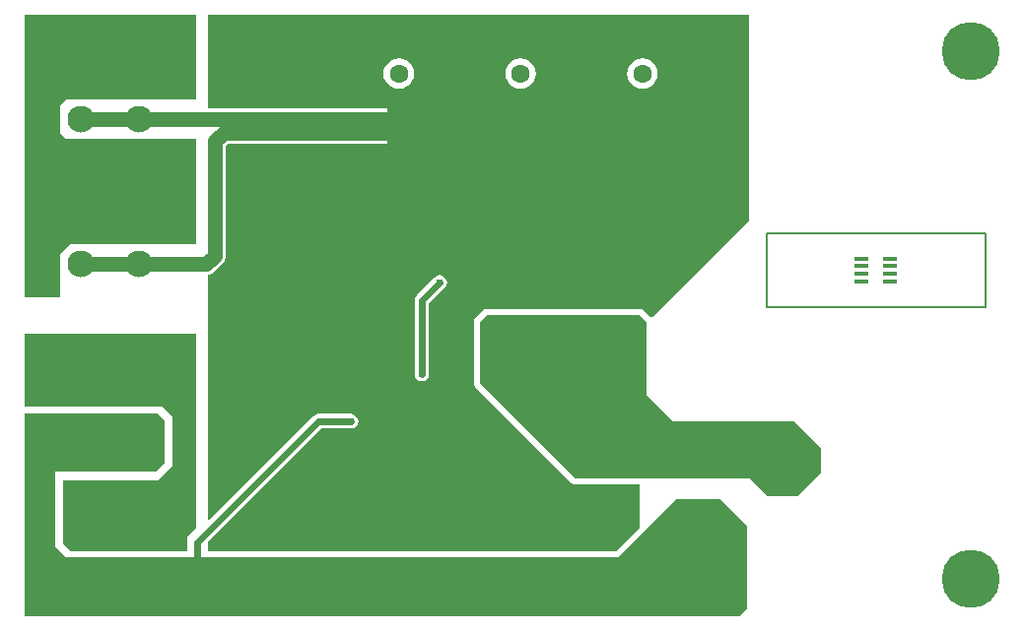
<source format=gbl>
G04*
G04 #@! TF.GenerationSoftware,Altium Limited,Altium Designer,20.2.8 (258)*
G04*
G04 Layer_Physical_Order=2*
G04 Layer_Color=16711680*
%FSLAX25Y25*%
%MOIN*%
G70*
G04*
G04 #@! TF.SameCoordinates,18C1B9BA-8449-4E8D-A104-6701744B7602*
G04*
G04*
G04 #@! TF.FilePolarity,Positive*
G04*
G01*
G75*
%ADD12C,0.00600*%
%ADD19O,0.04811X0.01433*%
%ADD35C,0.02400*%
%ADD36C,0.05000*%
%ADD63C,0.06299*%
%ADD64C,0.19685*%
%ADD65C,0.19685*%
%ADD66C,0.09055*%
%ADD67C,0.05000*%
%ADD68C,0.03600*%
%ADD69C,0.02400*%
G36*
X60000Y177500D02*
X16000D01*
X14000Y175500D01*
Y166000D01*
X16000Y164000D01*
X60000D01*
Y128500D01*
X17500D01*
X14000Y125000D01*
Y110500D01*
X2000D01*
Y206000D01*
X60000D01*
Y177500D01*
D02*
G37*
G36*
X247000Y206000D02*
Y136500D01*
X214295Y103795D01*
X213588Y103796D01*
X211442Y105942D01*
X210780Y106384D01*
X210000Y106539D01*
X158500Y106539D01*
X157720Y106384D01*
X157058Y105942D01*
X154558Y103442D01*
X154116Y102780D01*
X153961Y102000D01*
X153961Y99150D01*
X153961Y81500D01*
X154116Y80720D01*
X154558Y80058D01*
X167558Y67058D01*
X171058Y63558D01*
X187058Y47558D01*
X187720Y47116D01*
X188500Y46961D01*
X210000Y46961D01*
Y32500D01*
X202039Y24539D01*
X64000D01*
Y27539D01*
X102514Y66053D01*
X112500D01*
X113436Y66239D01*
X114230Y66770D01*
X114761Y67564D01*
X114947Y68500D01*
X114761Y69436D01*
X114230Y70230D01*
X113436Y70761D01*
X112500Y70947D01*
X101500D01*
X100564Y70761D01*
X99770Y70230D01*
X64462Y34923D01*
X64000Y35114D01*
X64000Y117939D01*
X64537Y118010D01*
X65437Y118383D01*
X66210Y118976D01*
X69139Y121905D01*
X69732Y122678D01*
X70105Y123578D01*
X70232Y124544D01*
Y161725D01*
X70975Y162468D01*
X124600D01*
Y166200D01*
Y174289D01*
X123784Y174396D01*
X64000D01*
Y206000D01*
X247000Y206000D01*
D02*
G37*
G36*
X60000Y32500D02*
X57000Y29500D01*
Y24500D01*
X57000Y24500D01*
X17500D01*
X15000Y27000D01*
Y48500D01*
X47000D01*
X47000Y48500D01*
X52000Y53500D01*
Y70000D01*
X48500Y73500D01*
X2000D01*
Y98000D01*
X60000D01*
Y32500D01*
D02*
G37*
G36*
X210000Y104500D02*
X212500Y102000D01*
X212500Y77500D01*
X221500Y68500D01*
X262500Y68500D01*
X271500Y59500D01*
Y51000D01*
X263500Y43000D01*
X253500D01*
X247500Y49000D01*
X212500Y49000D01*
X188500Y49000D01*
X172500Y65000D01*
X169000Y68500D01*
X156000Y81500D01*
X156000Y99150D01*
X156000Y102000D01*
X158500Y104500D01*
X210000Y104500D01*
D02*
G37*
G36*
X49500Y68500D02*
Y54500D01*
X46500Y51500D01*
X12500D01*
Y26000D01*
X16000Y22500D01*
X203000D01*
X216500Y36000D01*
X222500Y42000D01*
X237500Y42000D01*
X246500Y33000D01*
Y5000D01*
X244000Y2500D01*
X2000Y2500D01*
Y71000D01*
X47000D01*
X49500Y68500D01*
D02*
G37*
%LPC*%
G36*
X211000Y191394D02*
X209656Y191217D01*
X208403Y190698D01*
X207327Y189873D01*
X206502Y188797D01*
X205983Y187544D01*
X205806Y186200D01*
X205983Y184856D01*
X206502Y183603D01*
X207327Y182527D01*
X208403Y181702D01*
X209656Y181183D01*
X211000Y181006D01*
X212344Y181183D01*
X213597Y181702D01*
X214673Y182527D01*
X215498Y183603D01*
X216017Y184856D01*
X216194Y186200D01*
X216017Y187544D01*
X215498Y188797D01*
X214673Y189873D01*
X213597Y190698D01*
X212344Y191217D01*
X211000Y191394D01*
D02*
G37*
G36*
X169800D02*
X168456Y191217D01*
X167203Y190698D01*
X166127Y189873D01*
X165302Y188797D01*
X164783Y187544D01*
X164606Y186200D01*
X164783Y184856D01*
X165302Y183603D01*
X166127Y182527D01*
X167203Y181702D01*
X168456Y181183D01*
X169800Y181006D01*
X171144Y181183D01*
X172397Y181702D01*
X173473Y182527D01*
X174298Y183603D01*
X174817Y184856D01*
X174994Y186200D01*
X174817Y187544D01*
X174298Y188797D01*
X173473Y189873D01*
X172397Y190698D01*
X171144Y191217D01*
X169800Y191394D01*
D02*
G37*
G36*
X128600D02*
X127256Y191217D01*
X126003Y190698D01*
X124927Y189873D01*
X124102Y188797D01*
X123583Y187544D01*
X123406Y186200D01*
X123583Y184856D01*
X124102Y183603D01*
X124927Y182527D01*
X126003Y181702D01*
X127256Y181183D01*
X128600Y181006D01*
X129944Y181183D01*
X131197Y181702D01*
X132273Y182527D01*
X133098Y183603D01*
X133617Y184856D01*
X133794Y186200D01*
X133617Y187544D01*
X133098Y188797D01*
X132273Y189873D01*
X131197Y190698D01*
X129944Y191217D01*
X128600Y191394D01*
D02*
G37*
G36*
X142500Y117946D02*
X141564Y117760D01*
X140770Y117230D01*
X140570Y116930D01*
X134670Y111030D01*
X134139Y110236D01*
X133953Y109300D01*
Y84400D01*
X134139Y83464D01*
X134670Y82670D01*
X135464Y82139D01*
X136400Y81953D01*
X137336Y82139D01*
X138130Y82670D01*
X138661Y83464D01*
X138847Y84400D01*
Y108286D01*
X144230Y113670D01*
X144761Y114464D01*
X144947Y115400D01*
Y115499D01*
X144761Y116436D01*
X144230Y117230D01*
X143436Y117760D01*
X142500Y117946D01*
D02*
G37*
G36*
X198600Y33405D02*
D01*
D01*
D01*
D02*
G37*
%LPD*%
D12*
X253200Y107200D02*
X327000D01*
X253200D02*
Y132000D01*
X327000Y107200D02*
Y132000D01*
X253200D02*
X327000D01*
D19*
X294668Y123539D02*
D03*
X294669Y120980D02*
D03*
X294669Y118421D02*
D03*
X294668Y115861D02*
D03*
X285132Y123539D02*
D03*
X285133Y120980D02*
D03*
Y118421D02*
D03*
X285132Y115861D02*
D03*
D35*
X142500Y115400D02*
Y115499D01*
X136400Y109300D02*
X142500Y115400D01*
X136400Y84400D02*
Y109300D01*
X60500Y27500D02*
X101500Y68500D01*
X112500D01*
X60500Y18500D02*
Y27500D01*
D36*
X63571Y121615D02*
X66500Y124544D01*
X69429Y166200D02*
X128600D01*
X66500Y163271D02*
X69429Y166200D01*
X40700Y121615D02*
X63571D01*
X66500Y124544D02*
Y163271D01*
X40700Y170664D02*
X123784D01*
X21015Y121615D02*
X40700D01*
X123784Y170664D02*
X128248Y166200D01*
X21015Y170664D02*
X40700D01*
D63*
X198600Y13720D02*
D03*
Y33405D02*
D03*
X116300Y13720D02*
D03*
Y33405D02*
D03*
X157450Y13720D02*
D03*
Y33405D02*
D03*
X128600Y186200D02*
D03*
Y166200D02*
D03*
X169800Y186200D02*
D03*
Y166200D02*
D03*
X211000Y186200D02*
D03*
X211000Y166200D02*
D03*
D64*
X233326Y30126D02*
D03*
X258381Y55181D02*
D03*
D65*
X322000Y15000D02*
D03*
Y193900D02*
D03*
D66*
X21015Y13457D02*
D03*
Y33142D02*
D03*
X40700D02*
D03*
Y13457D02*
D03*
Y170664D02*
D03*
Y190349D02*
D03*
X21015D02*
D03*
Y170664D02*
D03*
X40700Y121615D02*
D03*
Y141300D02*
D03*
X21015D02*
D03*
Y121615D02*
D03*
X40700Y62557D02*
D03*
Y82242D02*
D03*
X21015D02*
D03*
Y62557D02*
D03*
D67*
X235000Y16000D02*
D03*
Y10000D02*
D03*
X56000Y34500D02*
D03*
Y41500D02*
D03*
X16000Y77000D02*
D03*
X46500D02*
D03*
X30500D02*
D03*
X16000Y88500D02*
D03*
X36000D02*
D03*
X56000D02*
D03*
Y77000D02*
D03*
Y48500D02*
D03*
Y55500D02*
D03*
Y69500D02*
D03*
Y62500D02*
D03*
X7000Y76500D02*
D03*
Y95000D02*
D03*
Y88833D02*
D03*
Y82667D02*
D03*
X143500Y71000D02*
D03*
X152500Y63500D02*
D03*
X148000Y60000D02*
D03*
X143500Y63500D02*
D03*
X148000Y67500D02*
D03*
Y74000D02*
D03*
X170500Y144500D02*
D03*
X176400D02*
D03*
Y150300D02*
D03*
X170700D02*
D03*
X7000Y61350D02*
D03*
Y6000D02*
D03*
Y67500D02*
D03*
Y55200D02*
D03*
Y49050D02*
D03*
Y12150D02*
D03*
Y18300D02*
D03*
Y24450D02*
D03*
Y30600D02*
D03*
Y36750D02*
D03*
Y42900D02*
D03*
X31000Y67500D02*
D03*
Y61000D02*
D03*
Y55000D02*
D03*
X80500Y19500D02*
D03*
X79500Y6000D02*
D03*
X73000D02*
D03*
X67000D02*
D03*
X227000Y18500D02*
D03*
Y12000D02*
D03*
Y6000D02*
D03*
X219500Y18500D02*
D03*
Y12000D02*
D03*
Y6000D02*
D03*
X220339Y33839D02*
D03*
X215743Y29243D02*
D03*
X211500Y25000D02*
D03*
Y18500D02*
D03*
Y12000D02*
D03*
Y6000D02*
D03*
X144500Y18500D02*
D03*
Y12000D02*
D03*
Y6000D02*
D03*
X137000Y18500D02*
D03*
Y12000D02*
D03*
Y6000D02*
D03*
X129500Y18500D02*
D03*
Y12000D02*
D03*
Y6000D02*
D03*
X185500Y18500D02*
D03*
Y12000D02*
D03*
Y6000D02*
D03*
X178000Y18500D02*
D03*
Y12000D02*
D03*
Y6000D02*
D03*
X170000Y18500D02*
D03*
Y12000D02*
D03*
Y6000D02*
D03*
X104500Y18500D02*
D03*
Y12000D02*
D03*
Y6000D02*
D03*
X98500Y18500D02*
D03*
Y12000D02*
D03*
Y6000D02*
D03*
X30500Y18500D02*
D03*
Y12000D02*
D03*
Y6000D02*
D03*
X48500Y18500D02*
D03*
Y12000D02*
D03*
Y6000D02*
D03*
X54500Y18500D02*
D03*
Y12000D02*
D03*
Y6000D02*
D03*
X60500D02*
D03*
Y12000D02*
D03*
Y18500D02*
D03*
D68*
X159100Y102100D02*
D03*
Y97200D02*
D03*
X194000Y70000D02*
D03*
X187500D02*
D03*
X180500D02*
D03*
X194000Y76000D02*
D03*
X187500D02*
D03*
X180500D02*
D03*
X194000Y82000D02*
D03*
X187500D02*
D03*
X180500D02*
D03*
X174000Y70000D02*
D03*
Y76000D02*
D03*
Y82000D02*
D03*
X187500Y88000D02*
D03*
X180500D02*
D03*
X194000D02*
D03*
X174000D02*
D03*
Y97500D02*
D03*
X169500D02*
D03*
X165000D02*
D03*
X177500Y94000D02*
D03*
X173000D02*
D03*
X168500D02*
D03*
D69*
X142500Y115499D02*
D03*
X136400Y84400D02*
D03*
X112500Y68500D02*
D03*
M02*

</source>
